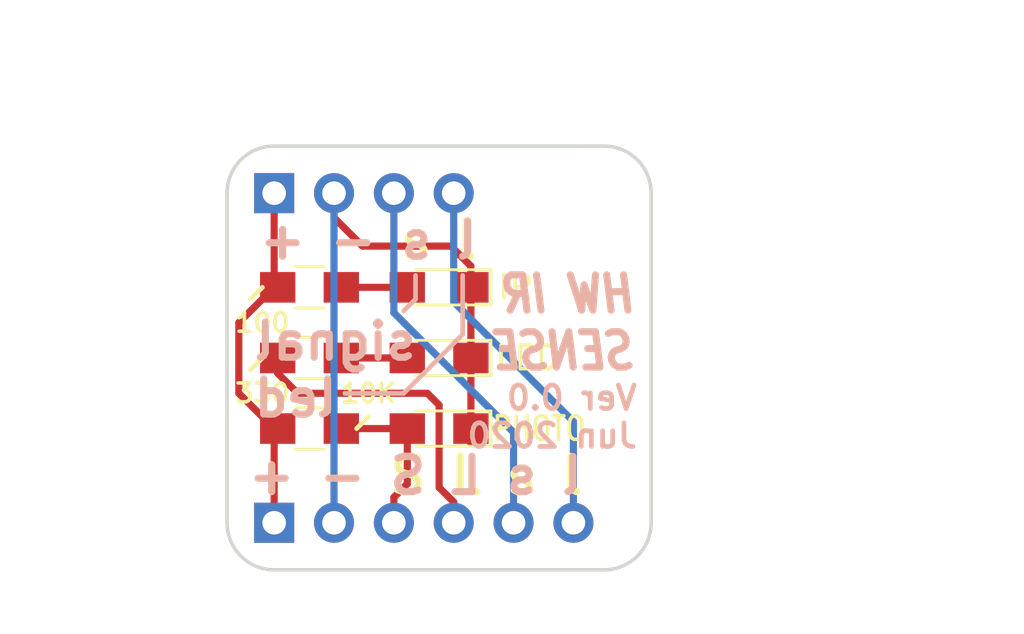
<source format=kicad_pcb>
(kicad_pcb (version 4) (host pcbnew 4.0.6)

  (general
    (links 14)
    (no_connects 0)
    (area 142.924999 92.924999 161.075001 111.075001)
    (thickness 1.6)
    (drawings 30)
    (tracks 46)
    (zones 0)
    (modules 9)
    (nets 9)
  )

  (page A4)
  (layers
    (0 F.Cu signal)
    (31 B.Cu signal)
    (32 B.Adhes user)
    (33 F.Adhes user)
    (34 B.Paste user)
    (35 F.Paste user)
    (36 B.SilkS user)
    (37 F.SilkS user)
    (38 B.Mask user)
    (39 F.Mask user)
    (40 Dwgs.User user)
    (41 Cmts.User user)
    (42 Eco1.User user)
    (43 Eco2.User user)
    (44 Edge.Cuts user)
    (45 Margin user)
    (46 B.CrtYd user)
    (47 F.CrtYd user)
    (48 B.Fab user)
    (49 F.Fab user)
  )

  (setup
    (last_trace_width 0.3048)
    (user_trace_width 0.3048)
    (trace_clearance 0.2)
    (zone_clearance 0.508)
    (zone_45_only no)
    (trace_min 0.2)
    (segment_width 0.2)
    (edge_width 0.15)
    (via_size 0.6)
    (via_drill 0.4)
    (via_min_size 0.4)
    (via_min_drill 0.3)
    (uvia_size 0.3)
    (uvia_drill 0.1)
    (uvias_allowed no)
    (uvia_min_size 0.2)
    (uvia_min_drill 0.1)
    (pcb_text_width 0.3)
    (pcb_text_size 1.5 1.5)
    (mod_edge_width 0.15)
    (mod_text_size 1 1)
    (mod_text_width 0.15)
    (pad_size 1.524 1.524)
    (pad_drill 0.762)
    (pad_to_mask_clearance 0.05)
    (aux_axis_origin 0 0)
    (visible_elements FFFFFF7F)
    (pcbplotparams
      (layerselection 0x00030_80000001)
      (usegerberextensions false)
      (excludeedgelayer true)
      (linewidth 0.100000)
      (plotframeref false)
      (viasonmask false)
      (mode 1)
      (useauxorigin false)
      (hpglpennumber 1)
      (hpglpenspeed 20)
      (hpglpendiameter 15)
      (hpglpenoverlay 2)
      (psnegative false)
      (psa4output false)
      (plotreference true)
      (plotvalue true)
      (plotinvisibletext false)
      (padsonsilk false)
      (subtractmaskfromsilk false)
      (outputformat 1)
      (mirror false)
      (drillshape 1)
      (scaleselection 1)
      (outputdirectory ""))
  )

  (net 0 "")
  (net 1 /VCC)
  (net 2 /SIG1)
  (net 3 /SIG2)
  (net 4 /LED1)
  (net 5 /LED2)
  (net 6 /GND)
  (net 7 "Net-(D1-Pad2)")
  (net 8 "Net-(D2-Pad2)")

  (net_class Default "This is the default net class."
    (clearance 0.2)
    (trace_width 0.25)
    (via_dia 0.6)
    (via_drill 0.4)
    (uvia_dia 0.3)
    (uvia_drill 0.1)
    (add_net /GND)
    (add_net /LED1)
    (add_net /LED2)
    (add_net /SIG1)
    (add_net /SIG2)
    (add_net /VCC)
    (add_net "Net-(D1-Pad2)")
    (add_net "Net-(D2-Pad2)")
  )

  (module Wire_Pads:SolderWirePad_single_2mmDrill (layer F.Cu) (tedit 5ED95446) (tstamp 5ED95E49)
    (at 158 96)
    (fp_text reference REF** (at 0 -3.81) (layer F.SilkS) hide
      (effects (font (size 1 1) (thickness 0.15)))
    )
    (fp_text value SolderWirePad_single_2mmDrill (at 7 -4) (layer F.Fab)
      (effects (font (size 1 1) (thickness 0.15)))
    )
    (pad "" np_thru_hole circle (at 0 0) (size 3.5 3.5) (drill 3.5) (layers *.Cu *.Mask))
  )

  (module footprints:R_0805_HandSoldering (layer F.Cu) (tedit 5ED9844D) (tstamp 5ED94F2E)
    (at 146.5 105)
    (descr "Resistor SMD 0805, hand soldering")
    (tags "resistor 0805")
    (path /5ED93C37)
    (attr smd)
    (fp_text reference R3 (at 0 -1.7) (layer F.SilkS) hide
      (effects (font (size 1 1) (thickness 0.15)))
    )
    (fp_text value 10K (at 2.5 -1.5) (layer F.SilkS)
      (effects (font (size 0.8 0.8) (thickness 0.15)))
    )
    (fp_text user %R (at 0 0) (layer F.Fab)
      (effects (font (size 0.5 0.5) (thickness 0.075)))
    )
    (fp_line (start -1 0.62) (end -1 -0.62) (layer F.Fab) (width 0.1))
    (fp_line (start 1 0.62) (end -1 0.62) (layer F.Fab) (width 0.1))
    (fp_line (start 1 -0.62) (end 1 0.62) (layer F.Fab) (width 0.1))
    (fp_line (start -1 -0.62) (end 1 -0.62) (layer F.Fab) (width 0.1))
    (fp_line (start 0.6 0.88) (end -0.6 0.88) (layer F.SilkS) (width 0.12))
    (fp_line (start -0.6 -0.88) (end 0.6 -0.88) (layer F.SilkS) (width 0.12))
    (fp_line (start -2.35 -0.9) (end 2.35 -0.9) (layer F.CrtYd) (width 0.05))
    (fp_line (start -2.35 -0.9) (end -2.35 0.9) (layer F.CrtYd) (width 0.05))
    (fp_line (start 2.35 0.9) (end 2.35 -0.9) (layer F.CrtYd) (width 0.05))
    (fp_line (start 2.35 0.9) (end -2.35 0.9) (layer F.CrtYd) (width 0.05))
    (pad 1 smd rect (at -1.35 0) (size 1.5 1.3) (layers F.Cu F.Paste F.Mask)
      (net 1 /VCC))
    (pad 2 smd rect (at 1.35 0) (size 1.5 1.3) (layers F.Cu F.Paste F.Mask)
      (net 2 /SIG1))
    (model ${KISYS3DMOD}/Resistors_SMD.3dshapes/R_0805.wrl
      (at (xyz 0 0 0))
      (scale (xyz 1 1 1))
      (rotate (xyz 0 0 0))
    )
  )

  (module footprints:R_0805_HandSoldering (layer F.Cu) (tedit 5ED98421) (tstamp 5ED94F1D)
    (at 146.5 102 180)
    (descr "Resistor SMD 0805, hand soldering")
    (tags "resistor 0805")
    (path /5ED93A99)
    (attr smd)
    (fp_text reference R2 (at 0 -1.7 180) (layer F.SilkS) hide
      (effects (font (size 1 1) (thickness 0.15)))
    )
    (fp_text value 330 (at 2 -1.5 180) (layer F.SilkS)
      (effects (font (size 0.8 0.8) (thickness 0.15)))
    )
    (fp_text user %R (at 0 0 180) (layer F.Fab)
      (effects (font (size 0.5 0.5) (thickness 0.075)))
    )
    (fp_line (start -1 0.62) (end -1 -0.62) (layer F.Fab) (width 0.1))
    (fp_line (start 1 0.62) (end -1 0.62) (layer F.Fab) (width 0.1))
    (fp_line (start 1 -0.62) (end 1 0.62) (layer F.Fab) (width 0.1))
    (fp_line (start -1 -0.62) (end 1 -0.62) (layer F.Fab) (width 0.1))
    (fp_line (start 0.6 0.88) (end -0.6 0.88) (layer F.SilkS) (width 0.12))
    (fp_line (start -0.6 -0.88) (end 0.6 -0.88) (layer F.SilkS) (width 0.12))
    (fp_line (start -2.35 -0.9) (end 2.35 -0.9) (layer F.CrtYd) (width 0.05))
    (fp_line (start -2.35 -0.9) (end -2.35 0.9) (layer F.CrtYd) (width 0.05))
    (fp_line (start 2.35 0.9) (end 2.35 -0.9) (layer F.CrtYd) (width 0.05))
    (fp_line (start 2.35 0.9) (end -2.35 0.9) (layer F.CrtYd) (width 0.05))
    (pad 1 smd rect (at -1.35 0 180) (size 1.5 1.3) (layers F.Cu F.Paste F.Mask)
      (net 8 "Net-(D2-Pad2)"))
    (pad 2 smd rect (at 1.35 0 180) (size 1.5 1.3) (layers F.Cu F.Paste F.Mask)
      (net 4 /LED1))
    (model ${KISYS3DMOD}/Resistors_SMD.3dshapes/R_0805.wrl
      (at (xyz 0 0 0))
      (scale (xyz 1 1 1))
      (rotate (xyz 0 0 0))
    )
  )

  (module footprints:R_0805_HandSoldering (layer F.Cu) (tedit 5ED9841D) (tstamp 5ED94F0C)
    (at 146.5 99 180)
    (descr "Resistor SMD 0805, hand soldering")
    (tags "resistor 0805")
    (path /5ED93A75)
    (attr smd)
    (fp_text reference R1 (at 0 -1.7 180) (layer F.SilkS) hide
      (effects (font (size 1 1) (thickness 0.15)))
    )
    (fp_text value 100 (at 2 -1.5 180) (layer F.SilkS)
      (effects (font (size 0.8 0.8) (thickness 0.15)))
    )
    (fp_text user %R (at 0 0 180) (layer F.Fab)
      (effects (font (size 0.5 0.5) (thickness 0.075)))
    )
    (fp_line (start -1 0.62) (end -1 -0.62) (layer F.Fab) (width 0.1))
    (fp_line (start 1 0.62) (end -1 0.62) (layer F.Fab) (width 0.1))
    (fp_line (start 1 -0.62) (end 1 0.62) (layer F.Fab) (width 0.1))
    (fp_line (start -1 -0.62) (end 1 -0.62) (layer F.Fab) (width 0.1))
    (fp_line (start 0.6 0.88) (end -0.6 0.88) (layer F.SilkS) (width 0.12))
    (fp_line (start -0.6 -0.88) (end 0.6 -0.88) (layer F.SilkS) (width 0.12))
    (fp_line (start -2.35 -0.9) (end 2.35 -0.9) (layer F.CrtYd) (width 0.05))
    (fp_line (start -2.35 -0.9) (end -2.35 0.9) (layer F.CrtYd) (width 0.05))
    (fp_line (start 2.35 0.9) (end 2.35 -0.9) (layer F.CrtYd) (width 0.05))
    (fp_line (start 2.35 0.9) (end -2.35 0.9) (layer F.CrtYd) (width 0.05))
    (pad 1 smd rect (at -1.35 0 180) (size 1.5 1.3) (layers F.Cu F.Paste F.Mask)
      (net 7 "Net-(D1-Pad2)"))
    (pad 2 smd rect (at 1.35 0 180) (size 1.5 1.3) (layers F.Cu F.Paste F.Mask)
      (net 1 /VCC))
    (model ${KISYS3DMOD}/Resistors_SMD.3dshapes/R_0805.wrl
      (at (xyz 0 0 0))
      (scale (xyz 1 1 1))
      (rotate (xyz 0 0 0))
    )
  )

  (module footprints:LED_0805_HandSoldering (layer F.Cu) (tedit 5ED951F0) (tstamp 5ED95131)
    (at 152 105 180)
    (descr "Resistor SMD 0805, hand soldering")
    (tags "resistor 0805")
    (path /5ED96641)
    (attr smd)
    (fp_text reference Q1 (at 3.5 0 180) (layer F.SilkS) hide
      (effects (font (size 1 1) (thickness 0.15)))
    )
    (fp_text value PHOTO (at -4.25 0 180) (layer F.SilkS)
      (effects (font (size 1 0.8) (thickness 0.15)))
    )
    (fp_line (start -0.4 -0.4) (end -0.4 0.4) (layer F.Fab) (width 0.1))
    (fp_line (start -0.4 0) (end 0.2 -0.4) (layer F.Fab) (width 0.1))
    (fp_line (start 0.2 0.4) (end -0.4 0) (layer F.Fab) (width 0.1))
    (fp_line (start 0.2 -0.4) (end 0.2 0.4) (layer F.Fab) (width 0.1))
    (fp_line (start -1 0.62) (end -1 -0.62) (layer F.Fab) (width 0.1))
    (fp_line (start 1 0.62) (end -1 0.62) (layer F.Fab) (width 0.1))
    (fp_line (start 1 -0.62) (end 1 0.62) (layer F.Fab) (width 0.1))
    (fp_line (start -1 -0.62) (end 1 -0.62) (layer F.Fab) (width 0.1))
    (fp_line (start 1 0.75) (end -2.2 0.75) (layer F.SilkS) (width 0.12))
    (fp_line (start -2.2 -0.75) (end 1 -0.75) (layer F.SilkS) (width 0.12))
    (fp_line (start -2.35 -0.9) (end 2.35 -0.9) (layer F.CrtYd) (width 0.05))
    (fp_line (start -2.35 -0.9) (end -2.35 0.9) (layer F.CrtYd) (width 0.05))
    (fp_line (start 2.35 0.9) (end 2.35 -0.9) (layer F.CrtYd) (width 0.05))
    (fp_line (start 2.35 0.9) (end -2.35 0.9) (layer F.CrtYd) (width 0.05))
    (fp_line (start -2.2 -0.75) (end -2.2 0.75) (layer F.SilkS) (width 0.12))
    (pad 1 smd rect (at -1.35 0 180) (size 1.5 1.3) (layers F.Cu F.Paste F.Mask)
      (net 6 /GND))
    (pad 2 smd rect (at 1.35 0 180) (size 1.5 1.3) (layers F.Cu F.Paste F.Mask)
      (net 2 /SIG1))
    (model ${KISYS3DMOD}/LEDs.3dshapes/LED_0805.wrl
      (at (xyz 0 0 0))
      (scale (xyz 1 1 1))
      (rotate (xyz 0 0 0))
    )
  )

  (module footprints:LED_0805_HandSoldering (layer F.Cu) (tedit 5ED951ED) (tstamp 5ED94EC9)
    (at 152 102 180)
    (descr "Resistor SMD 0805, hand soldering")
    (tags "resistor 0805")
    (path /5ED9391E)
    (attr smd)
    (fp_text reference D2 (at 3.5 0 180) (layer F.SilkS) hide
      (effects (font (size 1 1) (thickness 0.15)))
    )
    (fp_text value LED (at -3.75 0 180) (layer F.SilkS)
      (effects (font (size 1 1) (thickness 0.15)))
    )
    (fp_line (start -0.4 -0.4) (end -0.4 0.4) (layer F.Fab) (width 0.1))
    (fp_line (start -0.4 0) (end 0.2 -0.4) (layer F.Fab) (width 0.1))
    (fp_line (start 0.2 0.4) (end -0.4 0) (layer F.Fab) (width 0.1))
    (fp_line (start 0.2 -0.4) (end 0.2 0.4) (layer F.Fab) (width 0.1))
    (fp_line (start -1 0.62) (end -1 -0.62) (layer F.Fab) (width 0.1))
    (fp_line (start 1 0.62) (end -1 0.62) (layer F.Fab) (width 0.1))
    (fp_line (start 1 -0.62) (end 1 0.62) (layer F.Fab) (width 0.1))
    (fp_line (start -1 -0.62) (end 1 -0.62) (layer F.Fab) (width 0.1))
    (fp_line (start 1 0.75) (end -2.2 0.75) (layer F.SilkS) (width 0.12))
    (fp_line (start -2.2 -0.75) (end 1 -0.75) (layer F.SilkS) (width 0.12))
    (fp_line (start -2.35 -0.9) (end 2.35 -0.9) (layer F.CrtYd) (width 0.05))
    (fp_line (start -2.35 -0.9) (end -2.35 0.9) (layer F.CrtYd) (width 0.05))
    (fp_line (start 2.35 0.9) (end 2.35 -0.9) (layer F.CrtYd) (width 0.05))
    (fp_line (start 2.35 0.9) (end -2.35 0.9) (layer F.CrtYd) (width 0.05))
    (fp_line (start -2.2 -0.75) (end -2.2 0.75) (layer F.SilkS) (width 0.12))
    (pad 1 smd rect (at -1.35 0 180) (size 1.5 1.3) (layers F.Cu F.Paste F.Mask)
      (net 6 /GND))
    (pad 2 smd rect (at 1.35 0 180) (size 1.5 1.3) (layers F.Cu F.Paste F.Mask)
      (net 8 "Net-(D2-Pad2)"))
    (model ${KISYS3DMOD}/LEDs.3dshapes/LED_0805.wrl
      (at (xyz 0 0 0))
      (scale (xyz 1 1 1))
      (rotate (xyz 0 0 0))
    )
  )

  (module footprints:LED_0805_HandSoldering (layer F.Cu) (tedit 5ED951EE) (tstamp 5ED94EB4)
    (at 152 99 180)
    (descr "Resistor SMD 0805, hand soldering")
    (tags "resistor 0805")
    (path /5ED938B9)
    (attr smd)
    (fp_text reference D1 (at 3.5 0 180) (layer F.SilkS) hide
      (effects (font (size 1 1) (thickness 0.15)))
    )
    (fp_text value IR (at -3.25 0 180) (layer F.SilkS)
      (effects (font (size 1 1) (thickness 0.15)))
    )
    (fp_line (start -0.4 -0.4) (end -0.4 0.4) (layer F.Fab) (width 0.1))
    (fp_line (start -0.4 0) (end 0.2 -0.4) (layer F.Fab) (width 0.1))
    (fp_line (start 0.2 0.4) (end -0.4 0) (layer F.Fab) (width 0.1))
    (fp_line (start 0.2 -0.4) (end 0.2 0.4) (layer F.Fab) (width 0.1))
    (fp_line (start -1 0.62) (end -1 -0.62) (layer F.Fab) (width 0.1))
    (fp_line (start 1 0.62) (end -1 0.62) (layer F.Fab) (width 0.1))
    (fp_line (start 1 -0.62) (end 1 0.62) (layer F.Fab) (width 0.1))
    (fp_line (start -1 -0.62) (end 1 -0.62) (layer F.Fab) (width 0.1))
    (fp_line (start 1 0.75) (end -2.2 0.75) (layer F.SilkS) (width 0.12))
    (fp_line (start -2.2 -0.75) (end 1 -0.75) (layer F.SilkS) (width 0.12))
    (fp_line (start -2.35 -0.9) (end 2.35 -0.9) (layer F.CrtYd) (width 0.05))
    (fp_line (start -2.35 -0.9) (end -2.35 0.9) (layer F.CrtYd) (width 0.05))
    (fp_line (start 2.35 0.9) (end 2.35 -0.9) (layer F.CrtYd) (width 0.05))
    (fp_line (start 2.35 0.9) (end -2.35 0.9) (layer F.CrtYd) (width 0.05))
    (fp_line (start -2.2 -0.75) (end -2.2 0.75) (layer F.SilkS) (width 0.12))
    (pad 1 smd rect (at -1.35 0 180) (size 1.5 1.3) (layers F.Cu F.Paste F.Mask)
      (net 6 /GND))
    (pad 2 smd rect (at 1.35 0 180) (size 1.5 1.3) (layers F.Cu F.Paste F.Mask)
      (net 7 "Net-(D1-Pad2)"))
    (model ${KISYS3DMOD}/LEDs.3dshapes/LED_0805.wrl
      (at (xyz 0 0 0))
      (scale (xyz 1 1 1))
      (rotate (xyz 0 0 0))
    )
  )

  (module footprints:Pin_Header_Straight_1x04_Pitch2.54mm (layer F.Cu) (tedit 5ED9523F) (tstamp 5ED94EFB)
    (at 145 95 90)
    (descr "Through hole straight pin header, 1x04, 2.54mm pitch, single row")
    (tags "Through hole pin header THT 1x04 2.54mm single row")
    (path /5ED96B5D)
    (fp_text reference J2 (at 0 -2.33 90) (layer F.SilkS) hide
      (effects (font (size 1 1) (thickness 0.15)))
    )
    (fp_text value CONN_01X04 (at -1 5 180) (layer F.Fab)
      (effects (font (size 1 1) (thickness 0.15)))
    )
    (fp_line (start -0.635 -1.27) (end 1.27 -1.27) (layer F.Fab) (width 0.1))
    (fp_line (start 1.27 -1.27) (end 1.27 8.89) (layer F.Fab) (width 0.1))
    (fp_line (start 1.27 8.89) (end -1.27 8.89) (layer F.Fab) (width 0.1))
    (fp_line (start -1.27 8.89) (end -1.27 -0.635) (layer F.Fab) (width 0.1))
    (fp_line (start -1.27 -0.635) (end -0.635 -1.27) (layer F.Fab) (width 0.1))
    (fp_line (start -1.8 -1.8) (end -1.8 9.4) (layer F.CrtYd) (width 0.05))
    (fp_line (start -1.8 9.4) (end 1.8 9.4) (layer F.CrtYd) (width 0.05))
    (fp_line (start 1.8 9.4) (end 1.8 -1.8) (layer F.CrtYd) (width 0.05))
    (fp_line (start 1.8 -1.8) (end -1.8 -1.8) (layer F.CrtYd) (width 0.05))
    (fp_text user %R (at 0 3.81 180) (layer F.Fab)
      (effects (font (size 1 1) (thickness 0.15)))
    )
    (pad 1 thru_hole rect (at 0 0 90) (size 1.7 1.7) (drill 1) (layers *.Cu *.Mask)
      (net 1 /VCC))
    (pad 2 thru_hole oval (at 0 2.54 90) (size 1.7 1.7) (drill 1) (layers *.Cu *.Mask)
      (net 6 /GND))
    (pad 3 thru_hole oval (at 0 5.08 90) (size 1.7 1.7) (drill 1) (layers *.Cu *.Mask)
      (net 5 /LED2))
    (pad 4 thru_hole oval (at 0 7.62 90) (size 1.7 1.7) (drill 1) (layers *.Cu *.Mask)
      (net 3 /SIG2))
  )

  (module footprints:Pin_Header_Straight_1x06_Pitch2.54mm (layer F.Cu) (tedit 5ED9521E) (tstamp 5ED94EE3)
    (at 145 109 90)
    (descr "Through hole straight pin header, 1x06, 2.54mm pitch, single row")
    (tags "Through hole pin header THT 1x06 2.54mm single row")
    (path /5ED94494)
    (fp_text reference J1 (at 0 -2.33 90) (layer F.SilkS) hide
      (effects (font (size 1 1) (thickness 0.15)))
    )
    (fp_text value CONN_01X06 (at -1 7 180) (layer F.Fab)
      (effects (font (size 1 1) (thickness 0.15)))
    )
    (fp_line (start -0.635 -1.27) (end 1.27 -1.27) (layer F.Fab) (width 0.1))
    (fp_line (start 1.27 -1.27) (end 1.27 13.97) (layer F.Fab) (width 0.1))
    (fp_line (start 1.27 13.97) (end -1.27 13.97) (layer F.Fab) (width 0.1))
    (fp_line (start -1.27 13.97) (end -1.27 -0.635) (layer F.Fab) (width 0.1))
    (fp_line (start -1.27 -0.635) (end -0.635 -1.27) (layer F.Fab) (width 0.1))
    (fp_line (start -1.8 -1.8) (end -1.8 14.5) (layer F.CrtYd) (width 0.05))
    (fp_line (start -1.8 14.5) (end 1.8 14.5) (layer F.CrtYd) (width 0.05))
    (fp_line (start 1.8 14.5) (end 1.8 -1.8) (layer F.CrtYd) (width 0.05))
    (fp_line (start 1.8 -1.8) (end -1.8 -1.8) (layer F.CrtYd) (width 0.05))
    (fp_text user %R (at 0 6.35 180) (layer F.Fab)
      (effects (font (size 1 1) (thickness 0.15)))
    )
    (pad 1 thru_hole rect (at 0 0 90) (size 1.7 1.7) (drill 1) (layers *.Cu *.Mask)
      (net 1 /VCC))
    (pad 2 thru_hole oval (at 0 2.54 90) (size 1.7 1.7) (drill 1) (layers *.Cu *.Mask)
      (net 6 /GND))
    (pad 3 thru_hole oval (at 0 5.08 90) (size 1.7 1.7) (drill 1) (layers *.Cu *.Mask)
      (net 2 /SIG1))
    (pad 4 thru_hole oval (at 0 7.62 90) (size 1.7 1.7) (drill 1) (layers *.Cu *.Mask)
      (net 4 /LED1))
    (pad 5 thru_hole oval (at 0 10.16 90) (size 1.7 1.7) (drill 1) (layers *.Cu *.Mask)
      (net 5 /LED2))
    (pad 6 thru_hole oval (at 0 12.7 90) (size 1.7 1.7) (drill 1) (layers *.Cu *.Mask)
      (net 3 /SIG2))
  )

  (gr_line (start 153 98.5) (end 153 101) (angle 90) (layer B.SilkS) (width 0.2))
  (gr_line (start 151 99.5) (end 151 98.5) (angle 90) (layer B.SilkS) (width 0.2))
  (gr_line (start 150.5 103.5) (end 153 101) (angle 90) (layer B.SilkS) (width 0.2))
  (gr_line (start 148 103.5) (end 150.5 103.5) (angle 90) (layer B.SilkS) (width 0.2))
  (gr_line (start 150.5 100) (end 151 99.5) (angle 90) (layer B.SilkS) (width 0.2))
  (gr_text "signal\nled\n" (at 144 102.5) (layer B.SilkS)
    (effects (font (size 1.5 1.5) (thickness 0.3)) (justify right mirror))
  )
  (gr_line (start 149 104.5) (end 148.5 105) (angle 90) (layer F.SilkS) (width 0.2))
  (gr_line (start 144 102.5) (end 144.5 102) (angle 90) (layer F.SilkS) (width 0.2))
  (gr_line (start 144 99.5) (end 144.5 99) (angle 90) (layer F.SilkS) (width 0.2))
  (gr_circle (center 152 102) (end 157 102) (layer Dwgs.User) (width 0.2))
  (dimension 3 (width 0.3) (layer Dwgs.User)
    (gr_text "3.000 mm" (at 166.35 94.5 90) (layer Dwgs.User)
      (effects (font (size 1.5 1.5) (thickness 0.3)))
    )
    (feature1 (pts (xy 158 93) (xy 167.7 93)))
    (feature2 (pts (xy 158 96) (xy 167.7 96)))
    (crossbar (pts (xy 165 96) (xy 165 93)))
    (arrow1a (pts (xy 165 93) (xy 165.586421 94.126504)))
    (arrow1b (pts (xy 165 93) (xy 164.413579 94.126504)))
    (arrow2a (pts (xy 165 96) (xy 165.586421 94.873496)))
    (arrow2b (pts (xy 165 96) (xy 164.413579 94.873496)))
  )
  (dimension 3 (width 0.3) (layer Dwgs.User)
    (gr_text "3.000 mm" (at 159.5 88.65) (layer Dwgs.User)
      (effects (font (size 1.5 1.5) (thickness 0.3)))
    )
    (feature1 (pts (xy 158 96) (xy 158 87.3)))
    (feature2 (pts (xy 161 96) (xy 161 87.3)))
    (crossbar (pts (xy 161 90) (xy 158 90)))
    (arrow1a (pts (xy 158 90) (xy 159.126504 89.413579)))
    (arrow1b (pts (xy 158 90) (xy 159.126504 90.586421)))
    (arrow2a (pts (xy 161 90) (xy 159.873496 89.413579)))
    (arrow2b (pts (xy 161 90) (xy 159.873496 90.586421)))
  )
  (dimension 18 (width 0.3) (layer Dwgs.User)
    (gr_text "18.000 mm" (at 152 114.35) (layer Dwgs.User)
      (effects (font (size 1.5 1.5) (thickness 0.3)))
    )
    (feature1 (pts (xy 161 111) (xy 161 115.7)))
    (feature2 (pts (xy 143 111) (xy 143 115.7)))
    (crossbar (pts (xy 143 113) (xy 161 113)))
    (arrow1a (pts (xy 161 113) (xy 159.873496 113.586421)))
    (arrow1b (pts (xy 161 113) (xy 159.873496 112.413579)))
    (arrow2a (pts (xy 143 113) (xy 144.126504 113.586421)))
    (arrow2b (pts (xy 143 113) (xy 144.126504 112.413579)))
  )
  (gr_line (start 158 93) (end 159 93) (angle 90) (layer Edge.Cuts) (width 0.15))
  (gr_line (start 158 111) (end 159 111) (angle 90) (layer Edge.Cuts) (width 0.15))
  (dimension 18 (width 0.3) (layer Dwgs.User)
    (gr_text "18.000 mm" (at 139.65 102 90) (layer Dwgs.User)
      (effects (font (size 1.5 1.5) (thickness 0.3)))
    )
    (feature1 (pts (xy 143 93) (xy 138.3 93)))
    (feature2 (pts (xy 143 111) (xy 138.3 111)))
    (crossbar (pts (xy 141 111) (xy 141 93)))
    (arrow1a (pts (xy 141 93) (xy 141.586421 94.126504)))
    (arrow1b (pts (xy 141 93) (xy 140.413579 94.126504)))
    (arrow2a (pts (xy 141 111) (xy 141.586421 109.873496)))
    (arrow2b (pts (xy 141 111) (xy 140.413579 109.873496)))
  )
  (gr_text "Ver 0.0\nJun 2020" (at 160.5 104.5) (layer B.SilkS)
    (effects (font (size 1 1) (thickness 0.2)) (justify left mirror))
  )
  (gr_text "HW IR\nSENSE" (at 160.5 100.5) (layer B.SilkS)
    (effects (font (size 1.5 1.25) (thickness 0.3) italic) (justify left mirror))
  )
  (gr_text "l s - +" (at 149 97) (layer B.SilkS)
    (effects (font (size 1.5 1.5) (thickness 0.3)) (justify mirror))
  )
  (gr_text "l s L S - +" (at 151 107) (layer B.SilkS)
    (effects (font (size 1.5 1.5) (thickness 0.3)) (justify mirror))
  )
  (gr_line (start 145 111) (end 158 111) (angle 90) (layer Edge.Cuts) (width 0.15))
  (gr_line (start 143 95) (end 143 109) (angle 90) (layer Edge.Cuts) (width 0.15))
  (gr_line (start 158 93) (end 145 93) (angle 90) (layer Edge.Cuts) (width 0.15))
  (gr_line (start 161 109) (end 161 95) (angle 90) (layer Edge.Cuts) (width 0.15))
  (gr_arc (start 159 95) (end 159 93) (angle 90) (layer Edge.Cuts) (width 0.15))
  (gr_arc (start 145 95) (end 143 95) (angle 90) (layer Edge.Cuts) (width 0.15))
  (gr_arc (start 159 109) (end 161 109) (angle 90) (layer Edge.Cuts) (width 0.15))
  (gr_arc (start 145 109) (end 145 111) (angle 90) (layer Edge.Cuts) (width 0.15))
  (gr_text "+ - s l" (at 149 97) (layer F.SilkS)
    (effects (font (size 1.5 1.5) (thickness 0.3)))
  )
  (gr_text "+ - S L s l" (at 151 107) (layer F.SilkS)
    (effects (font (size 1.5 1.5) (thickness 0.3)))
  )

  (segment (start 145 109) (end 145 105.15) (width 0.3048) (layer F.Cu) (net 1) (status C00000))
  (segment (start 145 105.15) (end 145.15 105) (width 0.3048) (layer F.Cu) (net 1) (tstamp 5ED98438) (status C00000))
  (segment (start 145 95) (end 145 98.85) (width 0.3048) (layer F.Cu) (net 1) (status C00000))
  (segment (start 145 98.85) (end 145.15 99) (width 0.3048) (layer F.Cu) (net 1) (tstamp 5ED98435) (status C00000))
  (segment (start 145.15 105) (end 145 105) (width 0.3048) (layer F.Cu) (net 1) (status C00000))
  (segment (start 145 105) (end 143.5 103.5) (width 0.3048) (layer F.Cu) (net 1) (tstamp 5ED9842E) (status 400000))
  (segment (start 143.5 100.5) (end 145 99) (width 0.3048) (layer F.Cu) (net 1) (tstamp 5ED98431) (status 800000))
  (segment (start 143.5 103.5) (end 143.5 100.5) (width 0.3048) (layer F.Cu) (net 1) (tstamp 5ED9842F))
  (segment (start 145 99) (end 145.15 99) (width 0.3048) (layer F.Cu) (net 1) (tstamp 5ED98432) (status C00000))
  (segment (start 145.15 99) (end 145.15 98.65) (width 0.3048) (layer F.Cu) (net 1) (status 30))
  (segment (start 145.15 105) (end 145.15 104.65) (width 0.3048) (layer F.Cu) (net 1) (status 30))
  (segment (start 145.15 99.35) (end 145.15 99) (width 0.3048) (layer F.Cu) (net 1) (tstamp 5ED95718) (status 30))
  (segment (start 150.08 109) (end 150.08 107.92) (width 0.3048) (layer F.Cu) (net 2) (status 400000))
  (segment (start 150.65 107.35) (end 150.65 105) (width 0.3048) (layer F.Cu) (net 2) (tstamp 5ED9844A) (status 800000))
  (segment (start 150.08 107.92) (end 150.65 107.35) (width 0.3048) (layer F.Cu) (net 2) (tstamp 5ED98449))
  (segment (start 147.85 105) (end 147.5 105) (width 0.3048) (layer F.Cu) (net 2) (status 30))
  (segment (start 147.85 105) (end 150.65 105) (width 0.3048) (layer F.Cu) (net 2) (status 10))
  (segment (start 152.62 95) (end 152.62 99.62) (width 0.3048) (layer B.Cu) (net 3))
  (segment (start 157.7 104.7) (end 157.7 109) (width 0.3048) (layer B.Cu) (net 3) (tstamp 5ED95751))
  (segment (start 152.62 99.62) (end 157.7 104.7) (width 0.3048) (layer B.Cu) (net 3) (tstamp 5ED9574F))
  (segment (start 152.62 109) (end 152.62 108.12) (width 0.3048) (layer F.Cu) (net 4) (status 400000))
  (segment (start 146 103.5) (end 151.5 103.5) (width 0.3048) (layer F.Cu) (net 4) (tstamp 5ED98442))
  (segment (start 151.5 103.5) (end 152 104) (width 0.3048) (layer F.Cu) (net 4) (tstamp 5ED98443))
  (segment (start 146 103.5) (end 145.15 102.65) (width 0.3048) (layer F.Cu) (net 4) (tstamp 5ED98441) (status 800000))
  (segment (start 152 107.5) (end 152 104) (width 0.3048) (layer F.Cu) (net 4) (tstamp 5ED98452))
  (segment (start 152.62 108.12) (end 152 107.5) (width 0.3048) (layer F.Cu) (net 4) (tstamp 5ED98451))
  (segment (start 145.15 102) (end 145.15 102.65) (width 0.3048) (layer F.Cu) (net 4) (status C00000))
  (segment (start 145.15 102) (end 145.5 102) (width 0.3048) (layer F.Cu) (net 4) (status 30))
  (segment (start 150.08 95) (end 150.08 100.08) (width 0.3048) (layer B.Cu) (net 5))
  (segment (start 155.16 105.16) (end 155.16 109) (width 0.3048) (layer B.Cu) (net 5) (tstamp 5ED9574B))
  (segment (start 150.08 100.08) (end 155.16 105.16) (width 0.3048) (layer B.Cu) (net 5) (tstamp 5ED95749))
  (segment (start 147.54 109) (end 147.54 95) (width 0.3048) (layer B.Cu) (net 6) (status C00000))
  (segment (start 147.54 108.21) (end 147.54 109) (width 0.3048) (layer F.Cu) (net 6) (tstamp 5ED983E6))
  (segment (start 147.54 95) (end 147.54 96.04) (width 0.3048) (layer F.Cu) (net 6))
  (segment (start 147.54 96.04) (end 148.75 97.25) (width 0.3048) (layer F.Cu) (net 6) (tstamp 5ED983DD))
  (segment (start 148.75 97.25) (end 152.5 97.25) (width 0.3048) (layer F.Cu) (net 6) (tstamp 5ED983DE))
  (segment (start 152.5 97.25) (end 153.35 98.1) (width 0.3048) (layer F.Cu) (net 6) (tstamp 5ED983DF))
  (segment (start 153.35 98.1) (end 153.35 99) (width 0.3048) (layer F.Cu) (net 6) (tstamp 5ED983E0))
  (segment (start 153.35 99) (end 153.35 98.35) (width 0.3048) (layer F.Cu) (net 6) (status 30))
  (segment (start 147.54 95.54) (end 147.54 95) (width 0.3048) (layer F.Cu) (net 6) (tstamp 5ED9572F))
  (segment (start 153.35 102) (end 153.35 99) (width 0.3048) (layer F.Cu) (net 6) (status 20))
  (segment (start 153.35 105) (end 153.35 102) (width 0.3048) (layer F.Cu) (net 6) (status 10))
  (segment (start 147.54 109) (end 147.54 108.46) (width 0.3048) (layer F.Cu) (net 6))
  (segment (start 153.35 105.65) (end 153.35 105) (width 0.3048) (layer F.Cu) (net 6) (tstamp 5ED95724) (status 30))
  (segment (start 147.85 99) (end 150.65 99) (width 0.3048) (layer F.Cu) (net 7) (status 10))
  (segment (start 147.85 102) (end 150.65 102) (width 0.3048) (layer F.Cu) (net 8) (status 10))

)

</source>
